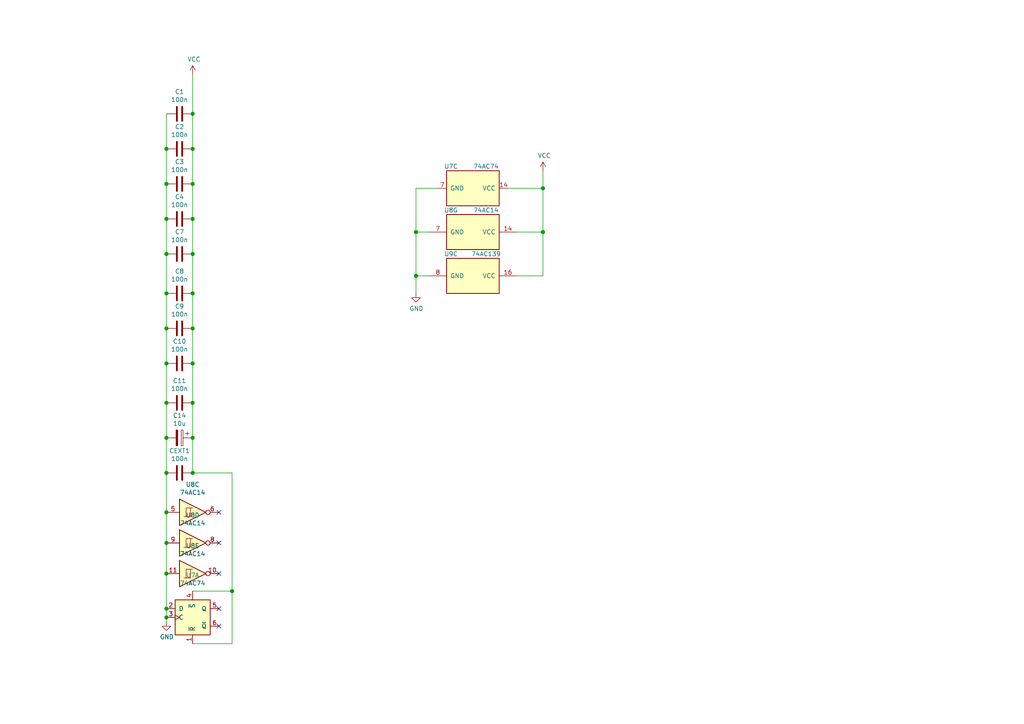
<source format=kicad_sch>
(kicad_sch (version 20201015) (generator eeschema)
  (paper "A4")
  (lib_symbols
    (symbol "74xx:74HC74" (pin_names (offset 1.016))
      (property "Reference" "U" (at -7.62 8.89 0))
      (property "Value" "74HC74" (at -7.62 -8.89 0))
      (symbol "74HC74_1_0"
        (pin input line (at 0 -7.62 90) (length 2.54) (name "~R") (number "1"))
        (pin input line (at -7.62 2.54 0) (length 2.54) (name "D") (number "2"))
        (pin input clock (at -7.62 0 0) (length 2.54) (name "C") (number "3"))
        (pin input line (at 0 7.62 270) (length 2.54) (name "~S") (number "4"))
        (pin output line (at 7.62 2.54 180) (length 2.54) (name "Q") (number "5"))
        (pin output line (at 7.62 -2.54 180) (length 2.54) (name "~Q") (number "6"))
      )
      (symbol "74HC74_1_1"
        (rectangle (start -5.08 5.08) (end 5.08 -5.08) (stroke (width 0.254)) (fill (type background)))
      )
      (symbol "74HC74_2_0"
        (pin input line (at 0 7.62 270) (length 2.54) (name "~S") (number "10"))
        (pin input clock (at -7.62 0 0) (length 2.54) (name "C") (number "11"))
        (pin input line (at -7.62 2.54 0) (length 2.54) (name "D") (number "12"))
        (pin input line (at 0 -7.62 90) (length 2.54) (name "~R") (number "13"))
        (pin output line (at 7.62 -2.54 180) (length 2.54) (name "~Q") (number "8"))
        (pin output line (at 7.62 2.54 180) (length 2.54) (name "Q") (number "9"))
      )
      (symbol "74HC74_2_1"
        (rectangle (start -5.08 5.08) (end 5.08 -5.08) (stroke (width 0.254)) (fill (type background)))
      )
      (symbol "74HC74_3_0"
        (pin power_in line (at 0 10.16 270) (length 2.54) (name "VCC") (number "14"))
        (pin power_in line (at 0 -10.16 90) (length 2.54) (name "GND") (number "7"))
      )
      (symbol "74HC74_3_1"
        (rectangle (start -5.08 7.62) (end 5.08 -7.62) (stroke (width 0.254)) (fill (type background)))
      )
    )
    (symbol "74xx:74LS139" (pin_names (offset 1.016))
      (property "Reference" "U" (at -7.62 8.89 0))
      (property "Value" "74LS139" (at -7.62 -8.89 0))
      (symbol "74LS139_1_0"
        (pin input inverted (at -12.7 -5.08 0) (length 5.08) (name "E") (number "1"))
        (pin input line (at -12.7 0 0) (length 5.08) (name "A0") (number "2"))
        (pin input line (at -12.7 2.54 0) (length 5.08) (name "A1") (number "3"))
        (pin output inverted (at 12.7 2.54 180) (length 5.08) (name "O0") (number "4"))
        (pin output inverted (at 12.7 0 180) (length 5.08) (name "O1") (number "5"))
        (pin output inverted (at 12.7 -2.54 180) (length 5.08) (name "O2") (number "6"))
        (pin output inverted (at 12.7 -5.08 180) (length 5.08) (name "O3") (number "7"))
      )
      (symbol "74LS139_1_1"
        (rectangle (start -7.62 5.08) (end 7.62 -7.62) (stroke (width 0.254)) (fill (type background)))
      )
      (symbol "74LS139_2_0"
        (pin output inverted (at 12.7 -2.54 180) (length 5.08) (name "O2") (number "10"))
        (pin output inverted (at 12.7 0 180) (length 5.08) (name "O1") (number "11"))
        (pin output inverted (at 12.7 2.54 180) (length 5.08) (name "O0") (number "12"))
        (pin input line (at -12.7 2.54 0) (length 5.08) (name "A1") (number "13"))
        (pin input line (at -12.7 0 0) (length 5.08) (name "A0") (number "14"))
        (pin input inverted (at -12.7 -5.08 0) (length 5.08) (name "E") (number "15"))
        (pin output inverted (at 12.7 -5.08 180) (length 5.08) (name "O3") (number "9"))
      )
      (symbol "74LS139_2_1"
        (rectangle (start -7.62 5.08) (end 7.62 -7.62) (stroke (width 0.254)) (fill (type background)))
      )
      (symbol "74LS139_3_0"
        (pin power_in line (at 0 12.7 270) (length 5.08) (name "VCC") (number "16"))
        (pin power_in line (at 0 -12.7 90) (length 5.08) (name "GND") (number "8"))
      )
      (symbol "74LS139_3_1"
        (rectangle (start -5.08 7.62) (end 5.08 -7.62) (stroke (width 0.254)) (fill (type background)))
      )
    )
    (symbol "74xx:74LS14" (pin_names (offset 1.016))
      (property "Reference" "U" (at 0 1.27 0))
      (property "Value" "74LS14" (at 0 -1.27 0))
      (symbol "74LS14_1_0"
        (polyline (pts (xy -3.81 3.81) (xy -3.81 -3.81) (xy 3.81 0) (xy -3.81 3.81)) (stroke (width 0.254)) (fill (type background)))
        (pin input line (at -7.62 0 0) (length 3.81) (name "~") (number "1"))
        (pin output inverted (at 7.62 0 180) (length 3.81) (name "~") (number "2"))
      )
      (symbol "74LS14_1_1"
        (polyline (pts (xy -1.905 -1.27) (xy -1.905 1.27) (xy -0.635 1.27)))
        (polyline (pts (xy -2.54 -1.27) (xy -0.635 -1.27) (xy -0.635 1.27) (xy 0 1.27)))
      )
      (symbol "74LS14_2_0"
        (polyline (pts (xy -3.81 3.81) (xy -3.81 -3.81) (xy 3.81 0) (xy -3.81 3.81)) (stroke (width 0.254)) (fill (type background)))
        (pin input line (at -7.62 0 0) (length 3.81) (name "~") (number "3"))
        (pin output inverted (at 7.62 0 180) (length 3.81) (name "~") (number "4"))
      )
      (symbol "74LS14_2_1"
        (polyline (pts (xy -1.905 -1.27) (xy -1.905 1.27) (xy -0.635 1.27)))
        (polyline (pts (xy -2.54 -1.27) (xy -0.635 -1.27) (xy -0.635 1.27) (xy 0 1.27)))
      )
      (symbol "74LS14_3_0"
        (polyline (pts (xy -3.81 3.81) (xy -3.81 -3.81) (xy 3.81 0) (xy -3.81 3.81)) (stroke (width 0.254)) (fill (type background)))
        (pin input line (at -7.62 0 0) (length 3.81) (name "~") (number "5"))
        (pin output inverted (at 7.62 0 180) (length 3.81) (name "~") (number "6"))
      )
      (symbol "74LS14_3_1"
        (polyline (pts (xy -1.905 -1.27) (xy -1.905 1.27) (xy -0.635 1.27)))
        (polyline (pts (xy -2.54 -1.27) (xy -0.635 -1.27) (xy -0.635 1.27) (xy 0 1.27)))
      )
      (symbol "74LS14_4_0"
        (polyline (pts (xy -3.81 3.81) (xy -3.81 -3.81) (xy 3.81 0) (xy -3.81 3.81)) (stroke (width 0.254)) (fill (type background)))
        (pin output inverted (at 7.62 0 180) (length 3.81) (name "~") (number "8"))
        (pin input line (at -7.62 0 0) (length 3.81) (name "~") (number "9"))
      )
      (symbol "74LS14_4_1"
        (polyline (pts (xy -1.905 -1.27) (xy -1.905 1.27) (xy -0.635 1.27)))
        (polyline (pts (xy -2.54 -1.27) (xy -0.635 -1.27) (xy -0.635 1.27) (xy 0 1.27)))
      )
      (symbol "74LS14_5_0"
        (polyline (pts (xy -3.81 3.81) (xy -3.81 -3.81) (xy 3.81 0) (xy -3.81 3.81)) (stroke (width 0.254)) (fill (type background)))
        (pin output inverted (at 7.62 0 180) (length 3.81) (name "~") (number "10"))
        (pin input line (at -7.62 0 0) (length 3.81) (name "~") (number "11"))
      )
      (symbol "74LS14_5_1"
        (polyline (pts (xy -1.905 -1.27) (xy -1.905 1.27) (xy -0.635 1.27)))
        (polyline (pts (xy -2.54 -1.27) (xy -0.635 -1.27) (xy -0.635 1.27) (xy 0 1.27)))
      )
      (symbol "74LS14_6_0"
        (polyline (pts (xy -3.81 3.81) (xy -3.81 -3.81) (xy 3.81 0) (xy -3.81 3.81)) (stroke (width 0.254)) (fill (type background)))
        (pin output inverted (at 7.62 0 180) (length 3.81) (name "~") (number "12"))
        (pin input line (at -7.62 0 0) (length 3.81) (name "~") (number "13"))
      )
      (symbol "74LS14_6_1"
        (polyline (pts (xy -1.905 -1.27) (xy -1.905 1.27) (xy -0.635 1.27)))
        (polyline (pts (xy -2.54 -1.27) (xy -0.635 -1.27) (xy -0.635 1.27) (xy 0 1.27)))
      )
      (symbol "74LS14_7_0"
        (pin power_in line (at 0 12.7 270) (length 5.08) (name "VCC") (number "14"))
        (pin power_in line (at 0 -12.7 90) (length 5.08) (name "GND") (number "7"))
      )
      (symbol "74LS14_7_1"
        (rectangle (start -5.08 7.62) (end 5.08 -7.62) (stroke (width 0.254)) (fill (type background)))
      )
    )
    (symbol "74xx:74LS74" (pin_names (offset 1.016))
      (property "Reference" "U" (at -7.62 8.89 0))
      (property "Value" "74LS74" (at -7.62 -8.89 0))
      (symbol "74LS74_1_0"
        (pin input line (at 0 -7.62 90) (length 2.54) (name "~R") (number "1"))
        (pin input line (at -7.62 2.54 0) (length 2.54) (name "D") (number "2"))
        (pin input clock (at -7.62 0 0) (length 2.54) (name "C") (number "3"))
        (pin input line (at 0 7.62 270) (length 2.54) (name "~S") (number "4"))
        (pin output line (at 7.62 2.54 180) (length 2.54) (name "Q") (number "5"))
        (pin output line (at 7.62 -2.54 180) (length 2.54) (name "~Q") (number "6"))
      )
      (symbol "74LS74_1_1"
        (rectangle (start -5.08 5.08) (end 5.08 -5.08) (stroke (width 0.254)) (fill (type background)))
      )
      (symbol "74LS74_2_0"
        (pin input line (at 0 7.62 270) (length 2.54) (name "~S") (number "10"))
        (pin input clock (at -7.62 0 0) (length 2.54) (name "C") (number "11"))
        (pin input line (at -7.62 2.54 0) (length 2.54) (name "D") (number "12"))
        (pin input line (at 0 -7.62 90) (length 2.54) (name "~R") (number "13"))
        (pin output line (at 7.62 -2.54 180) (length 2.54) (name "~Q") (number "8"))
        (pin output line (at 7.62 2.54 180) (length 2.54) (name "Q") (number "9"))
      )
      (symbol "74LS74_2_1"
        (rectangle (start -5.08 5.08) (end 5.08 -5.08) (stroke (width 0.254)) (fill (type background)))
      )
      (symbol "74LS74_3_0"
        (pin power_in line (at 0 10.16 270) (length 2.54) (name "VCC") (number "14"))
        (pin power_in line (at 0 -10.16 90) (length 2.54) (name "GND") (number "7"))
      )
      (symbol "74LS74_3_1"
        (rectangle (start -5.08 7.62) (end 5.08 -7.62) (stroke (width 0.254)) (fill (type background)))
      )
    )
    (symbol "Device:C" (pin_numbers hide) (pin_names (offset 0.254))
      (property "Reference" "C" (at 0.635 2.54 0))
      (property "Value" "C" (at 0.635 -2.54 0))
      (symbol "C_0_1"
        (polyline (pts (xy -2.032 -0.762) (xy 2.032 -0.762)) (stroke (width 0.508)))
        (polyline (pts (xy -2.032 0.762) (xy 2.032 0.762)) (stroke (width 0.508)))
      )
      (symbol "C_1_1"
        (pin passive line (at 0 3.81 270) (length 2.794) (name "~") (number "1"))
        (pin passive line (at 0 -3.81 90) (length 2.794) (name "~") (number "2"))
      )
    )
    (symbol "Device:CP" (pin_numbers hide) (pin_names (offset 0.254))
      (property "Reference" "C" (at 0.635 2.54 0))
      (property "Value" "CP" (at 0.635 -2.54 0))
      (symbol "CP_0_1"
        (rectangle (start -2.286 0.508) (end 2.286 1.016))
        (rectangle (start 2.286 -0.508) (end -2.286 -1.016) (fill (type outline)))
        (polyline (pts (xy -1.778 2.286) (xy -0.762 2.286)))
        (polyline (pts (xy -1.27 2.794) (xy -1.27 1.778)))
      )
      (symbol "CP_1_1"
        (pin passive line (at 0 3.81 270) (length 2.794) (name "~") (number "1"))
        (pin passive line (at 0 -3.81 90) (length 2.794) (name "~") (number "2"))
      )
    )
    (symbol "power:GND" (power) (pin_names (offset 0))
      (property "Value" "GND" (at 0 -3.81 0))
      (symbol "GND_0_1"
        (polyline (pts (xy 0 0) (xy 0 -1.27) (xy 1.27 -1.27) (xy 0 -2.54) (xy -1.27 -1.27) (xy 0 -1.27)))
      )
      (symbol "GND_1_1"
        (pin power_in line (at 0 0 270) (length 0) hide (name "GND") (number "1"))
      )
    )
    (symbol "power:VCC" (power) (pin_names (offset 0))
      (property "Value" "VCC" (at 0 3.81 0))
      (symbol "VCC_0_1"
        (polyline (pts (xy -0.762 1.27) (xy 0 2.54)))
        (polyline (pts (xy 0 0) (xy 0 2.54)))
        (polyline (pts (xy 0 2.54) (xy 0.762 1.27)))
      )
      (symbol "VCC_1_1"
        (pin power_in line (at 0 0 90) (length 0) hide (name "VCC") (number "1"))
      )
    )
  )
  (junction (at 48.26 43.18) (diameter 1.016))
  (junction (at 48.26 53.34) (diameter 1.016))
  (junction (at 48.26 63.5) (diameter 1.016))
  (junction (at 48.26 73.66) (diameter 1.016))
  (junction (at 48.26 85.09) (diameter 1.016))
  (junction (at 48.26 95.25) (diameter 1.016))
  (junction (at 48.26 105.41) (diameter 1.016))
  (junction (at 48.26 116.84) (diameter 1.016))
  (junction (at 48.26 127) (diameter 1.016))
  (junction (at 48.26 137.16) (diameter 1.016))
  (junction (at 48.26 148.59) (diameter 1.016))
  (junction (at 48.26 157.48) (diameter 1.016))
  (junction (at 48.26 166.37) (diameter 1.016))
  (junction (at 48.26 176.53) (diameter 1.016))
  (junction (at 48.26 179.07) (diameter 1.016))
  (junction (at 55.88 33.02) (diameter 1.016))
  (junction (at 55.88 43.18) (diameter 1.016))
  (junction (at 55.88 53.34) (diameter 1.016))
  (junction (at 55.88 63.5) (diameter 1.016))
  (junction (at 55.88 73.66) (diameter 1.016))
  (junction (at 55.88 85.09) (diameter 1.016))
  (junction (at 55.88 95.25) (diameter 1.016))
  (junction (at 55.88 105.41) (diameter 1.016))
  (junction (at 55.88 116.84) (diameter 1.016))
  (junction (at 55.88 127) (diameter 1.016))
  (junction (at 55.88 137.16) (diameter 1.016))
  (junction (at 67.31 171.45) (diameter 1.016))
  (junction (at 120.65 67.31) (diameter 1.016))
  (junction (at 120.65 80.01) (diameter 1.016))
  (junction (at 157.48 54.61) (diameter 1.016))
  (junction (at 157.48 67.31) (diameter 1.016))
  (no_connect (at 63.5 157.48))
  (no_connect (at 63.5 176.53))
  (no_connect (at 63.5 181.61))
  (no_connect (at 63.5 148.59))
  (no_connect (at 63.5 166.37))
  (wire (pts (xy 48.26 33.02) (xy 48.26 43.18)))
  (wire (pts (xy 48.26 43.18) (xy 48.26 53.34)))
  (wire (pts (xy 48.26 53.34) (xy 48.26 63.5)))
  (wire (pts (xy 48.26 63.5) (xy 48.26 73.66)))
  (wire (pts (xy 48.26 73.66) (xy 48.26 85.09)))
  (wire (pts (xy 48.26 85.09) (xy 48.26 95.25)))
  (wire (pts (xy 48.26 95.25) (xy 48.26 105.41)))
  (wire (pts (xy 48.26 105.41) (xy 48.26 116.84)))
  (wire (pts (xy 48.26 116.84) (xy 48.26 127)))
  (wire (pts (xy 48.26 127) (xy 48.26 137.16)))
  (wire (pts (xy 48.26 137.16) (xy 48.26 148.59)))
  (wire (pts (xy 48.26 148.59) (xy 48.26 157.48)))
  (wire (pts (xy 48.26 157.48) (xy 48.26 166.37)))
  (wire (pts (xy 48.26 166.37) (xy 48.26 176.53)))
  (wire (pts (xy 48.26 176.53) (xy 48.26 179.07)))
  (wire (pts (xy 48.26 179.07) (xy 48.26 180.34)))
  (wire (pts (xy 55.88 33.02) (xy 55.88 21.59)))
  (wire (pts (xy 55.88 43.18) (xy 55.88 33.02)))
  (wire (pts (xy 55.88 53.34) (xy 55.88 43.18)))
  (wire (pts (xy 55.88 63.5) (xy 55.88 53.34)))
  (wire (pts (xy 55.88 63.5) (xy 55.88 73.66)))
  (wire (pts (xy 55.88 85.09) (xy 55.88 73.66)))
  (wire (pts (xy 55.88 95.25) (xy 55.88 85.09)))
  (wire (pts (xy 55.88 105.41) (xy 55.88 95.25)))
  (wire (pts (xy 55.88 116.84) (xy 55.88 105.41)))
  (wire (pts (xy 55.88 116.84) (xy 55.88 127)))
  (wire (pts (xy 55.88 127) (xy 55.88 137.16)))
  (wire (pts (xy 55.88 171.45) (xy 67.31 171.45)))
  (wire (pts (xy 55.88 186.69) (xy 67.31 186.69)))
  (wire (pts (xy 67.31 137.16) (xy 55.88 137.16)))
  (wire (pts (xy 67.31 171.45) (xy 67.31 137.16)))
  (wire (pts (xy 67.31 186.69) (xy 67.31 171.45)))
  (wire (pts (xy 120.65 54.61) (xy 127 54.61)))
  (wire (pts (xy 120.65 67.31) (xy 120.65 54.61)))
  (wire (pts (xy 120.65 80.01) (xy 120.65 67.31)))
  (wire (pts (xy 120.65 85.09) (xy 120.65 80.01)))
  (wire (pts (xy 124.46 67.31) (xy 120.65 67.31)))
  (wire (pts (xy 124.46 80.01) (xy 120.65 80.01)))
  (wire (pts (xy 147.32 54.61) (xy 157.48 54.61)))
  (wire (pts (xy 149.86 67.31) (xy 157.48 67.31)))
  (wire (pts (xy 149.86 80.01) (xy 157.48 80.01)))
  (wire (pts (xy 157.48 54.61) (xy 157.48 49.53)))
  (wire (pts (xy 157.48 67.31) (xy 157.48 54.61)))
  (wire (pts (xy 157.48 80.01) (xy 157.48 67.31)))
  (symbol (lib_id "power:VCC") (at 55.88 21.59 0) (unit 1)
    (property "Reference" "#PWR02" (effects hide))
    (property "Value" "VCC" (at 56.261 17.1958 0))
  )
  (symbol (lib_id "power:VCC") (at 157.48 49.53 0) (unit 1)
    (property "Reference" "#PWR0153" (effects hide))
    (property "Value" "VCC" (at 157.861 45.1358 0))
  )
  (symbol (lib_id "power:GND") (at 48.26 180.34 0) (unit 1)
    (property "Reference" "#PWR01" (effects hide))
    (property "Value" "GND" (at 48.387 184.7342 0))
  )
  (symbol (lib_id "power:GND") (at 120.65 85.09 0) (unit 1)
    (property "Reference" "#PWR0154" (effects hide))
    (property "Value" "GND" (at 120.777 89.4842 0))
  )
  (symbol (lib_id "Device:C") (at 52.07 33.02 270) (unit 1)
    (property "Reference" "C1" (at 52.07 26.6192 90))
    (property "Value" "100n" (at 52.07 28.9306 90))
    (property "Footprint" "Capacitor_SMD:C_0805_2012Metric_Pad1.18x1.45mm_HandSolder" (effects hide))
  )
  (symbol (lib_id "Device:C") (at 52.07 43.18 270) (unit 1)
    (property "Reference" "C2" (at 52.07 36.7792 90))
    (property "Value" "100n" (at 52.07 39.0906 90))
    (property "Footprint" "Capacitor_SMD:C_0805_2012Metric_Pad1.18x1.45mm_HandSolder" (effects hide))
  )
  (symbol (lib_id "Device:C") (at 52.07 53.34 270) (unit 1)
    (property "Reference" "C3" (at 52.07 46.9392 90))
    (property "Value" "100n" (at 52.07 49.2506 90))
    (property "Footprint" "Capacitor_SMD:C_0805_2012Metric_Pad1.18x1.45mm_HandSolder" (effects hide))
  )
  (symbol (lib_id "Device:C") (at 52.07 63.5 270) (unit 1)
    (property "Reference" "C4" (at 52.07 57.0992 90))
    (property "Value" "100n" (at 52.07 59.4106 90))
    (property "Footprint" "Capacitor_SMD:C_0805_2012Metric_Pad1.18x1.45mm_HandSolder" (effects hide))
  )
  (symbol (lib_id "Device:C") (at 52.07 73.66 270) (unit 1)
    (property "Reference" "C7" (at 52.07 67.2592 90))
    (property "Value" "100n" (at 52.07 69.5706 90))
    (property "Footprint" "Capacitor_SMD:C_0805_2012Metric_Pad1.18x1.45mm_HandSolder" (effects hide))
  )
  (symbol (lib_id "Device:C") (at 52.07 85.09 270) (unit 1)
    (property "Reference" "C8" (at 52.07 78.6892 90))
    (property "Value" "100n" (at 52.07 81.0006 90))
    (property "Footprint" "Capacitor_SMD:C_0805_2012Metric_Pad1.18x1.45mm_HandSolder" (effects hide))
  )
  (symbol (lib_id "Device:C") (at 52.07 95.25 270) (unit 1)
    (property "Reference" "C9" (at 52.07 88.8492 90))
    (property "Value" "100n" (at 52.07 91.1606 90))
    (property "Footprint" "Capacitor_SMD:C_0805_2012Metric_Pad1.18x1.45mm_HandSolder" (effects hide))
  )
  (symbol (lib_id "Device:C") (at 52.07 105.41 270) (unit 1)
    (property "Reference" "C10" (at 52.07 99.0092 90))
    (property "Value" "100n" (at 52.07 101.3206 90))
    (property "Footprint" "Capacitor_SMD:C_0805_2012Metric_Pad1.18x1.45mm_HandSolder" (effects hide))
  )
  (symbol (lib_id "Device:C") (at 52.07 116.84 270) (unit 1)
    (property "Reference" "C11" (at 52.07 110.4392 90))
    (property "Value" "100n" (at 52.07 112.7506 90))
    (property "Footprint" "Capacitor_SMD:C_0805_2012Metric_Pad1.18x1.45mm_HandSolder" (effects hide))
  )
  (symbol (lib_id "Device:CP") (at 52.07 127 270) (unit 1)
    (property "Reference" "C14" (at 52.07 120.523 90))
    (property "Value" "10u" (at 52.07 122.8344 90))
    (property "Footprint" "Capacitor_THT:CP_Radial_D6.3mm_P2.50mm" (effects hide))
  )
  (symbol (lib_id "Device:C") (at 52.07 137.16 270) (unit 1)
    (property "Reference" "CEXT1" (at 52.07 130.7592 90))
    (property "Value" "100n" (at 52.07 133.0706 90))
    (property "Footprint" "Capacitor_SMD:C_0805_2012Metric_Pad1.18x1.45mm_HandSolder" (effects hide))
  )
  (symbol (lib_id "74xx:74LS14") (at 55.88 148.59 0) (unit 3)
    (property "Reference" "U8" (at 55.88 140.5382 0))
    (property "Value" "74AC14" (at 55.88 142.8496 0))
    (property "Datasheet" "http://www.ti.com/lit/gpn/sn74LS14" (effects hide))
  )
  (symbol (lib_id "74xx:74LS14") (at 55.88 157.48 0) (unit 4)
    (property "Reference" "U8" (at 55.88 149.4282 0))
    (property "Value" "74AC14" (at 55.88 151.7396 0))
    (property "Datasheet" "http://www.ti.com/lit/gpn/sn74LS14" (effects hide))
  )
  (symbol (lib_id "74xx:74LS14") (at 55.88 166.37 0) (unit 5)
    (property "Reference" "U8" (at 55.88 158.3182 0))
    (property "Value" "74AC14" (at 55.88 160.6296 0))
    (property "Datasheet" "http://www.ti.com/lit/gpn/sn74LS14" (effects hide))
  )
  (symbol (lib_id "74xx:74LS74") (at 137.16 54.61 270) (unit 3)
    (property "Reference" "U7" (at 130.81 48.26 90))
    (property "Value" "74AC74" (at 140.97 48.26 90))
    (property "Datasheet" "74xx/74hc_hct74.pdf" (effects hide))
  )
  (symbol (lib_id "74xx:74HC74") (at 55.88 179.07 0) (unit 1)
    (property "Reference" "U7" (at 55.88 166.8526 0))
    (property "Value" "74AC74" (at 55.88 169.164 0))
    (property "Datasheet" "74xx/74hc_hct74.pdf" (effects hide))
  )
  (symbol (lib_id "74xx:74LS14") (at 137.16 67.31 270) (unit 7)
    (property "Reference" "U8" (at 130.81 60.96 90))
    (property "Value" "74AC14" (at 140.97 60.96 90))
    (property "Footprint" "Package_SO:SOIC-14_3.9x8.7mm_P1.27mm" (effects hide))
    (property "Datasheet" "http://www.ti.com/lit/gpn/sn74LS14" (effects hide))
  )
  (symbol (lib_id "74xx:74LS139") (at 137.16 80.01 270) (unit 3)
    (property "Reference" "U9" (at 130.81 73.66 90))
    (property "Value" "74AC139" (at 140.97 73.66 90))
    (property "Footprint" "Package_SO:SOIC-16_3.9x9.9mm_P1.27mm" (effects hide))
    (property "Datasheet" "http://www.ti.com/lit/ds/symlink/sn74ls139a.pdf" (effects hide))
  )
)
</source>
